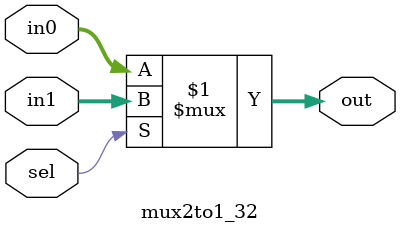
<source format=v>
module mux2to1_32(
    input  wire [31:0] in0,   // register operand (from BusData)
    input  wire [31:0] in1,   // immediate operand (C_sign_ext)
    input  wire        sel,   // select signal: 0 for in0, 1 for in1
    output wire [31:0] out
);
    assign out = sel ? in1 : in0;
endmodule

</source>
